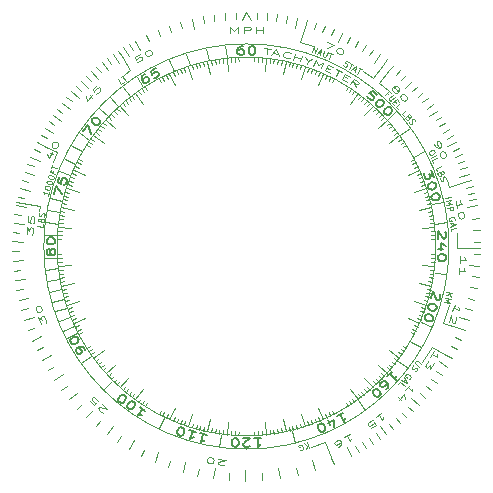
<source format=gbr>
%TF.GenerationSoftware,KiCad,Pcbnew,6.0.7-1.fc35*%
%TF.CreationDate,2022-12-16T23:41:26+01:00*%
%TF.ProjectId,inner,696e6e65-722e-46b6-9963-61645f706362,rev?*%
%TF.SameCoordinates,Original*%
%TF.FileFunction,Legend,Top*%
%TF.FilePolarity,Positive*%
%FSLAX46Y46*%
G04 Gerber Fmt 4.6, Leading zero omitted, Abs format (unit mm)*
G04 Created by KiCad (PCBNEW 6.0.7-1.fc35) date 2022-12-16 23:41:26*
%MOMM*%
%LPD*%
G01*
G04 APERTURE LIST*
%ADD10C,0.120000*%
%ADD11C,0.100000*%
%ADD12C,0.125000*%
%ADD13C,0.150000*%
%ADD14C,0.080000*%
G04 APERTURE END LIST*
D10*
X184773585Y-95052638D02*
X185791215Y-95383286D01*
X195052638Y-115226415D02*
X195383286Y-114208785D01*
X185114278Y-105893674D02*
X185421104Y-105772193D01*
X197993415Y-84116244D02*
X198034775Y-84443642D01*
X195052638Y-84773585D02*
X195383286Y-85791215D01*
X197661211Y-115838250D02*
X197709418Y-115511790D01*
X184880534Y-94734845D02*
X185192178Y-94843371D01*
X208859799Y-113335069D02*
X208677180Y-113060205D01*
X215953851Y-98660318D02*
X215625008Y-98687932D01*
X215995957Y-99329571D02*
X215666246Y-99343390D01*
X202669968Y-84214203D02*
X202614934Y-84539582D01*
X187453068Y-90055424D02*
X187711687Y-90260403D01*
X187247556Y-109679632D02*
X187510411Y-109480114D01*
X184214203Y-102669968D02*
X184539582Y-102614934D01*
X184077704Y-101673501D02*
X184405896Y-101639007D01*
D11*
X217150003Y-100000000D02*
G75*
G03*
X217150003Y-100000000I-17150003J0D01*
G01*
D10*
X196671334Y-84339857D02*
X196893800Y-85386475D01*
X215785797Y-102669968D02*
X215460418Y-102614934D01*
X184116244Y-97993415D02*
X184443642Y-98034775D01*
X214486281Y-93183274D02*
X214187688Y-93323781D01*
X186482310Y-108578587D02*
X186760938Y-108401764D01*
X184273581Y-97000025D02*
X184597736Y-97061861D01*
X214625863Y-106511854D02*
X214324393Y-106377631D01*
X205893674Y-85114278D02*
X205772193Y-85421104D01*
X210461264Y-87880509D02*
X210245635Y-88130317D01*
X207118609Y-85659655D02*
X206971879Y-85955240D01*
X201005276Y-84021592D02*
X200984555Y-84350941D01*
D11*
X211550000Y-84620000D02*
X210740000Y-85695000D01*
D10*
X209410442Y-112952362D02*
X208781512Y-112086714D01*
X214759029Y-93795875D02*
X214454814Y-93923755D01*
X215883756Y-97993415D02*
X215556358Y-98034775D01*
X189538736Y-87880509D02*
X189754365Y-88130317D01*
X215883756Y-102006585D02*
X215556358Y-101965225D01*
X209944576Y-112546932D02*
X209739597Y-112288313D01*
X188102251Y-89287219D02*
X188347489Y-89508032D01*
X190055424Y-112546932D02*
X190260403Y-112288313D01*
X191140201Y-113335069D02*
X191322820Y-113060205D01*
X212546932Y-109944576D02*
X212288313Y-109739597D01*
X207118609Y-114340345D02*
X206971879Y-114044760D01*
X210712781Y-111897749D02*
X209996811Y-111102584D01*
X193488146Y-114625863D02*
X193622369Y-114324393D01*
X206511854Y-114625863D02*
X206076646Y-113648369D01*
X203328666Y-115660143D02*
X203106200Y-114613525D01*
X184339857Y-103328666D02*
X184662646Y-103260055D01*
X212335917Y-110205158D02*
X212081648Y-109994808D01*
X184077704Y-98326499D02*
X184405896Y-98360993D01*
X184673315Y-95372601D02*
X184989230Y-95467981D01*
X184161750Y-102338789D02*
X184488210Y-102290582D01*
X208859799Y-86664931D02*
X208677180Y-86939795D01*
X185240971Y-106204125D02*
X185545186Y-106076245D01*
X215838250Y-97661211D02*
X215511790Y-97709418D01*
X202669968Y-115785797D02*
X202614934Y-115460418D01*
X189287219Y-88102251D02*
X190003189Y-88897416D01*
X201673501Y-115922296D02*
X201639007Y-115594104D01*
X184021592Y-98994724D02*
X184350941Y-99015445D01*
X208578587Y-86482310D02*
X208401764Y-86760938D01*
X184273581Y-102999975D02*
X184597736Y-102938139D01*
X188561292Y-88798390D02*
X188797068Y-89029279D01*
X212952362Y-109410442D02*
X212086714Y-108781512D01*
X191421413Y-113517690D02*
X191598236Y-113239062D01*
X187047638Y-90589558D02*
X187913286Y-91218488D01*
D11*
X190170000Y-85060000D02*
X189730000Y-85370000D01*
D10*
X211201610Y-111438708D02*
X210970721Y-111202932D01*
X194106326Y-114885722D02*
X194227807Y-114578896D01*
X185513719Y-106816726D02*
X185812312Y-106676219D01*
X215978408Y-101005276D02*
X215649059Y-100984555D01*
X213335069Y-108859799D02*
X213060205Y-108677180D01*
X191140201Y-86664931D02*
X191322820Y-86939795D01*
X184994115Y-94419362D02*
X185303418Y-94534391D01*
X201339682Y-84046149D02*
X201312068Y-84374992D01*
X187880509Y-110461264D02*
X188130317Y-110245635D01*
X200670429Y-84004043D02*
X200656610Y-84333754D01*
X197993415Y-115883756D02*
X198034775Y-115556358D01*
X211897749Y-89287219D02*
X211102584Y-90003189D01*
X215690000Y-108520000D02*
X214900000Y-109780000D01*
X198994724Y-115978408D02*
X199015445Y-115649059D01*
X193488146Y-114625863D02*
X193923354Y-113648369D01*
X184994115Y-105580638D02*
X185303418Y-105465609D01*
X184000000Y-92020000D02*
X183620000Y-92870000D01*
X215005885Y-105580638D02*
X214696582Y-105465609D01*
X215838250Y-102338789D02*
X215511790Y-102290582D01*
X212335917Y-89794842D02*
X212081648Y-90005192D01*
X189538736Y-112119491D02*
X189754365Y-111869683D01*
X184492984Y-103981525D02*
X184812616Y-103899457D01*
X198326499Y-84077704D02*
X198438344Y-85141842D01*
X188102251Y-89287219D02*
X188897416Y-90003189D01*
X184077704Y-98326499D02*
X185141842Y-98438344D01*
X185240971Y-93795875D02*
X185545186Y-93923755D01*
X187664083Y-89794842D02*
X187918352Y-90005192D01*
X185374137Y-93488146D02*
X185675607Y-93622369D01*
X207417370Y-114188119D02*
X207264482Y-113895672D01*
X185513719Y-93183274D02*
X185812312Y-93323781D01*
X201673501Y-84077704D02*
X201639007Y-84405896D01*
X203328666Y-84339857D02*
X203106200Y-85386475D01*
X192881391Y-85659655D02*
X193028121Y-85955240D01*
X185659655Y-107118609D02*
X185955240Y-106971879D01*
X212546932Y-90055424D02*
X212288313Y-90260403D01*
X215326685Y-104627399D02*
X215010770Y-104532019D01*
X188329212Y-89040401D02*
X188569772Y-89266302D01*
X212752444Y-90320368D02*
X212489589Y-90519886D01*
X190862876Y-86853401D02*
X191051211Y-87124380D01*
X211897749Y-89287219D02*
X211652511Y-89508032D01*
X188102251Y-110712781D02*
X188347489Y-110491968D01*
X214340345Y-92881391D02*
X214044760Y-93028121D01*
X200000000Y-80180000D02*
X199640000Y-80810000D01*
X195694594Y-115420233D02*
X195783338Y-115102389D01*
X184579767Y-95694594D02*
X184897611Y-95783338D01*
X206511854Y-85374137D02*
X206076646Y-86351631D01*
X196671334Y-84339857D02*
X196739945Y-84662646D01*
D11*
X218460000Y-94530000D02*
X217126469Y-94928421D01*
D10*
X198326499Y-115922296D02*
X198360993Y-115594104D01*
X186482310Y-91421413D02*
X186760938Y-91598236D01*
X204947362Y-84773585D02*
X204845386Y-85087434D01*
X190320368Y-87247556D02*
X190519886Y-87510411D01*
X184046149Y-101339682D02*
X184374992Y-101312068D01*
X209679632Y-112752444D02*
X209480114Y-112489589D01*
X207417370Y-85811881D02*
X207264482Y-86104328D01*
X193488146Y-85374137D02*
X193622369Y-85675607D01*
X214625863Y-93488146D02*
X213648369Y-93923354D01*
X196018475Y-115507016D02*
X196100543Y-115187384D01*
X184773585Y-104947362D02*
X185791215Y-104616714D01*
X203981525Y-84492984D02*
X203899457Y-84812616D01*
X197000025Y-115726419D02*
X197061861Y-115402264D01*
X212952362Y-109410442D02*
X212685386Y-109216473D01*
X189287219Y-111897749D02*
X189508032Y-111652511D01*
X208578587Y-113517690D02*
X208401764Y-113239062D01*
X216030000Y-100000000D02*
G75*
G03*
X216030000Y-100000000I-16030000J0D01*
G01*
X190320368Y-112752444D02*
X190519886Y-112489589D01*
X190589558Y-112952362D02*
X190783527Y-112685386D01*
X191421413Y-86482310D02*
X191598236Y-86760938D01*
X197330032Y-115785797D02*
X197385066Y-115460418D01*
X196018475Y-84492984D02*
X196100543Y-84812616D01*
X196671334Y-115660143D02*
X196893800Y-114613525D01*
X211670788Y-110959599D02*
X211430228Y-110733698D01*
X213146599Y-109137124D02*
X212875620Y-108948789D01*
D11*
X217119111Y-94930697D02*
X216960890Y-94409303D01*
D10*
X214486281Y-106816726D02*
X214187688Y-106676219D01*
X195052638Y-115226415D02*
X195154614Y-114912566D01*
X184339857Y-96671334D02*
X185386475Y-96893800D01*
X203328666Y-115660143D02*
X203260055Y-115337354D01*
X210712781Y-88102251D02*
X210491968Y-88347489D01*
X198660318Y-84046149D02*
X198687932Y-84374992D01*
X206204125Y-114759029D02*
X206076245Y-114454814D01*
X202999975Y-115726419D02*
X202938139Y-115402264D01*
X189040401Y-88329212D02*
X189266302Y-88569772D01*
X202338789Y-84161750D02*
X202290582Y-84488210D01*
X211897749Y-110712781D02*
X211652511Y-110491968D01*
X204305406Y-84579767D02*
X204216662Y-84897611D01*
X206511854Y-114625863D02*
X206377631Y-114324393D01*
X206816726Y-114486281D02*
X206676219Y-114187688D01*
D11*
X210740000Y-85695000D02*
X209900000Y-85105000D01*
D10*
X206511854Y-85374137D02*
X206377631Y-85675607D01*
X195372601Y-115326685D02*
X195467981Y-115010770D01*
X215995957Y-100670429D02*
X215666246Y-100656610D01*
X201339682Y-115953851D02*
X201312068Y-115625008D01*
X212119491Y-89538736D02*
X211869683Y-89754365D01*
X195052638Y-84773585D02*
X195154614Y-85087434D01*
X185114278Y-94106326D02*
X185421104Y-94227807D01*
X204305406Y-115420233D02*
X204216662Y-115102389D01*
X195694594Y-84579767D02*
X195783338Y-84897611D01*
X215119466Y-105265155D02*
X214807822Y-105156629D01*
X198994724Y-84021592D02*
X199015445Y-84350941D01*
X203328666Y-84339857D02*
X203260055Y-84662646D01*
X215226415Y-95052638D02*
X214912566Y-95154614D01*
X189794842Y-112335917D02*
X190005192Y-112081648D01*
X184004043Y-99329571D02*
X184333754Y-99343390D01*
X192881391Y-114340345D02*
X193028121Y-114044760D01*
X188329212Y-110959599D02*
X188569772Y-110733698D01*
X184880534Y-105265155D02*
X185192178Y-105156629D01*
X209137124Y-86853401D02*
X208948789Y-87124380D01*
X198660318Y-115953851D02*
X198687932Y-115625008D01*
X213517690Y-108578587D02*
X213239062Y-108401764D01*
X193795875Y-114759029D02*
X193923755Y-114454814D01*
X205265155Y-84880534D02*
X205156629Y-85192178D01*
X202999975Y-84273581D02*
X202938139Y-84597736D01*
X186853401Y-90862876D02*
X187124380Y-91051211D01*
X184773585Y-104947362D02*
X185087434Y-104845386D01*
X186664931Y-91140201D02*
X186939795Y-91322820D01*
X184116244Y-102006585D02*
X184443642Y-101965225D01*
X202006585Y-115883756D02*
X201965225Y-115556358D01*
X189794842Y-87664083D02*
X190005192Y-87918352D01*
X180530000Y-96230000D02*
X182490000Y-96580000D01*
X184161750Y-97661211D02*
X184488210Y-97709418D01*
X215005885Y-94419362D02*
X214696582Y-94534391D01*
X215922296Y-101673501D02*
X215594104Y-101639007D01*
X210205158Y-112335917D02*
X209994808Y-112081648D01*
D11*
X204570000Y-82720000D02*
X205600000Y-83020000D01*
D10*
X189040401Y-111670788D02*
X189266302Y-111430228D01*
D11*
X217860000Y-100110000D02*
X219820000Y-100120000D01*
D10*
X199329571Y-115995957D02*
X199343390Y-115666246D01*
X215507016Y-103981525D02*
X215187384Y-103899457D01*
X209137124Y-113146599D02*
X208948789Y-112875620D01*
X205893674Y-114885722D02*
X205772193Y-114578896D01*
X215726419Y-102999975D02*
X215402264Y-102938139D01*
X215586998Y-103655897D02*
X215265717Y-103580541D01*
X204627399Y-84673315D02*
X204532019Y-84989230D01*
X210959599Y-111670788D02*
X210733698Y-111430228D01*
X195372601Y-84673315D02*
X195467981Y-84989230D01*
X187047638Y-90589558D02*
X187314614Y-90783527D01*
X215726419Y-97000025D02*
X215402264Y-97061861D01*
X204947362Y-84773585D02*
X204616714Y-85791215D01*
X193183274Y-85513719D02*
X193323781Y-85812312D01*
X215660143Y-103328666D02*
X215337354Y-103260055D01*
X185374137Y-93488146D02*
X186351631Y-93923354D01*
X182490000Y-96580000D02*
X182430000Y-96970000D01*
X196344103Y-84413002D02*
X196419459Y-84734283D01*
X215922296Y-98326499D02*
X214858158Y-98438344D01*
X213517690Y-91421413D02*
X213239062Y-91598236D01*
D11*
X212100000Y-85060000D02*
X211240000Y-86120000D01*
D10*
X184492984Y-96018475D02*
X184812616Y-96100543D01*
X210959599Y-88329212D02*
X210733698Y-88569772D01*
X214625863Y-106511854D02*
X213648369Y-106076646D01*
X215226415Y-104947362D02*
X214208785Y-104616714D01*
X211201610Y-88561292D02*
X210970721Y-88797068D01*
X190589558Y-112952362D02*
X191218488Y-112086714D01*
X188561292Y-111201610D02*
X188797068Y-110970721D01*
X215119466Y-94734845D02*
X214807822Y-94843371D01*
X216670000Y-106480000D02*
X217170000Y-104930000D01*
X203655897Y-115586998D02*
X203580541Y-115265717D01*
X185811881Y-107417370D02*
X186104328Y-107264482D01*
X209410442Y-87047638D02*
X208781512Y-87913286D01*
X202338789Y-115838250D02*
X202290582Y-115511790D01*
X209944576Y-87453068D02*
X209739597Y-87711687D01*
X188798390Y-111438708D02*
X189029279Y-111202932D01*
X184773585Y-95052638D02*
X185087434Y-95154614D01*
X217980000Y-106890000D02*
X216670000Y-106480000D01*
X214188119Y-107417370D02*
X213895672Y-107264482D01*
X201005276Y-115978408D02*
X200984555Y-115649059D01*
X185659655Y-92881391D02*
X185955240Y-93028121D01*
X215953851Y-101339682D02*
X215625008Y-101312068D01*
X187880509Y-89538736D02*
X188130317Y-89754365D01*
X196344103Y-115586998D02*
X196419459Y-115265717D01*
X214885722Y-94106326D02*
X214578896Y-94227807D01*
X194734845Y-84880534D02*
X194843371Y-85192178D01*
X198326499Y-84077704D02*
X198360993Y-84405896D01*
X201673501Y-115922296D02*
X201561656Y-114858158D01*
X184413002Y-96344103D02*
X184734283Y-96419459D01*
X194419362Y-84994115D02*
X194534391Y-85303418D01*
X201673501Y-84077704D02*
X201561656Y-85141842D01*
X187453068Y-109944576D02*
X187711687Y-109739597D01*
X183054311Y-91544525D02*
X184000000Y-92020000D01*
X215507016Y-96018475D02*
X215187384Y-96100543D01*
X215226415Y-104947362D02*
X214912566Y-104845386D01*
X193795875Y-85240971D02*
X193923755Y-85545186D01*
X193183274Y-114486281D02*
X193323781Y-114187688D01*
X211670788Y-89040401D02*
X211430228Y-89266302D01*
X187664083Y-110205158D02*
X187918352Y-109994808D01*
D11*
X217860000Y-100110000D02*
X217830000Y-98840000D01*
D10*
X215922296Y-101673501D02*
X214858158Y-101561656D01*
X189287219Y-111897749D02*
X190003189Y-111102584D01*
X185374137Y-106511854D02*
X186351631Y-106076646D01*
X184046149Y-98660318D02*
X184374992Y-98687932D01*
X184004043Y-100670429D02*
X184333754Y-100656610D01*
X200360000Y-80810000D02*
X200000000Y-80180000D01*
X211897749Y-110712781D02*
X211102584Y-109996811D01*
X215226415Y-95052638D02*
X214208785Y-95383286D01*
X198326499Y-115922296D02*
X198438344Y-114858158D01*
X188102251Y-110712781D02*
X188897416Y-109996811D01*
X205580638Y-115005885D02*
X205465609Y-114696582D01*
X187247556Y-90320368D02*
X187510411Y-90519886D01*
X215922296Y-98326499D02*
X215594104Y-98360993D01*
X210712781Y-111897749D02*
X210491968Y-111652511D01*
X190862876Y-113146599D02*
X191051211Y-112875620D01*
X184214203Y-97330032D02*
X184539582Y-97385066D01*
X215326685Y-95372601D02*
X215010770Y-95467981D01*
X204627399Y-115326685D02*
X204532019Y-115010770D01*
D11*
X204570000Y-82720000D02*
X204940000Y-81420000D01*
D10*
X214625863Y-93488146D02*
X214324393Y-93622369D01*
X197661211Y-84161750D02*
X197709418Y-84488210D01*
X192582630Y-85811881D02*
X192735518Y-86104328D01*
D11*
X189442662Y-83901629D02*
X190170000Y-85060000D01*
X205450000Y-117010000D02*
X206640000Y-116570000D01*
D10*
X194419362Y-115005885D02*
X194534391Y-114696582D01*
X190589558Y-87047638D02*
X191218488Y-87913286D01*
X202006585Y-84116244D02*
X201965225Y-84443642D01*
X184579767Y-104305406D02*
X184897611Y-104216662D01*
X184077704Y-101673501D02*
X185141842Y-101561656D01*
X215660143Y-103328666D02*
X214613525Y-103106200D01*
X206816726Y-85513719D02*
X206676219Y-85812312D01*
X190055424Y-87453068D02*
X190260403Y-87711687D01*
X197000025Y-84273581D02*
X197061861Y-84597736D01*
X184339857Y-96671334D02*
X184662646Y-96739945D01*
X216930000Y-109190000D02*
X215690000Y-108520000D01*
X203981525Y-115507016D02*
X203899457Y-115187384D01*
X209679632Y-87247556D02*
X209480114Y-87510411D01*
X212752444Y-109679632D02*
X212489589Y-109480114D01*
X187047638Y-109410442D02*
X187913286Y-108781512D01*
X215420233Y-104305406D02*
X215102389Y-104216662D01*
X199329571Y-84004043D02*
X199343390Y-84333754D01*
X184339857Y-103328666D02*
X185386475Y-103106200D01*
X210461264Y-112119491D02*
X210245635Y-111869683D01*
X196671334Y-115660143D02*
X196739945Y-115337354D01*
X190589558Y-87047638D02*
X190783527Y-87314614D01*
X204947362Y-115226415D02*
X204845386Y-114912566D01*
X186853401Y-109137124D02*
X187124380Y-108948789D01*
X215420233Y-95694594D02*
X215102389Y-95783338D01*
X187047638Y-109410442D02*
X187314614Y-109216473D01*
X215586998Y-96344103D02*
X215265717Y-96419459D01*
X214188119Y-92582630D02*
X213895672Y-92735518D01*
X213335069Y-91140201D02*
X213060205Y-91322820D01*
X205580638Y-84994115D02*
X205465609Y-85303418D01*
X213146599Y-90862876D02*
X212875620Y-91051211D01*
X197330032Y-84214203D02*
X197385066Y-84539582D01*
X184673315Y-104627399D02*
X184989230Y-104532019D01*
X206204125Y-85240971D02*
X206076245Y-85545186D01*
X215978408Y-98994724D02*
X215649059Y-99015445D01*
X185811881Y-92582630D02*
X186104328Y-92735518D01*
X184021592Y-101005276D02*
X184350941Y-100984555D01*
X212952362Y-90589558D02*
X212086714Y-91218488D01*
X189287219Y-88102251D02*
X189508032Y-88347489D01*
X204947362Y-115226415D02*
X204616714Y-114208785D01*
X185374137Y-106511854D02*
X185675607Y-106377631D01*
X194734845Y-115119466D02*
X194843371Y-114807822D01*
X200670429Y-115995957D02*
X200656610Y-115666246D01*
D11*
X207170000Y-117860000D02*
X206640000Y-116570000D01*
D10*
X212952362Y-90589558D02*
X212685386Y-90783527D01*
X203655897Y-84413002D02*
X203580541Y-84734283D01*
X212119491Y-110461264D02*
X211869683Y-110245635D01*
X211438708Y-88798390D02*
X211202932Y-89029279D01*
X209410442Y-87047638D02*
X209216473Y-87314614D01*
X186664931Y-108859799D02*
X186939795Y-108677180D01*
X188798390Y-88561292D02*
X189029279Y-88797068D01*
X210205158Y-87664083D02*
X209994808Y-87918352D01*
X215660143Y-96671334D02*
X215337354Y-96739945D01*
X194106326Y-85114278D02*
X194227807Y-85421104D01*
X214885722Y-105893674D02*
X214578896Y-105772193D01*
X210712781Y-88102251D02*
X209996811Y-88897416D01*
X209410442Y-112952362D02*
X209216473Y-112685386D01*
X215785797Y-97330032D02*
X215460418Y-97385066D01*
X215660143Y-96671334D02*
X214613525Y-96893800D01*
X192582630Y-114188119D02*
X192735518Y-113895672D01*
D11*
X211240000Y-86120000D02*
X211950000Y-86720000D01*
D10*
X214759029Y-106204125D02*
X214454814Y-106076245D01*
X184413002Y-103655897D02*
X184734283Y-103580541D01*
X193488146Y-85374137D02*
X193923354Y-86351631D01*
X205265155Y-115119466D02*
X205156629Y-114807822D01*
X214340345Y-107118609D02*
X214044760Y-106971879D01*
X211438708Y-111201610D02*
X211202932Y-110970721D01*
D12*
X198132027Y-118482169D02*
X198081508Y-118498970D01*
X197983853Y-118509003D01*
X197748174Y-118475167D01*
X197657286Y-118438065D01*
X197613534Y-118407730D01*
X197573166Y-118353827D01*
X197579933Y-118306692D01*
X197637219Y-118242755D01*
X198243451Y-118041147D01*
X197630687Y-117953173D01*
X196946866Y-118360125D02*
X196852595Y-118346591D01*
X196761707Y-118309489D01*
X196717955Y-118279154D01*
X196677586Y-118225251D01*
X196643985Y-118124212D01*
X196660903Y-118006373D01*
X196721573Y-117918869D01*
X196775476Y-117878500D01*
X196825995Y-117861699D01*
X196923650Y-117851666D01*
X197017922Y-117865200D01*
X197108810Y-117902302D01*
X197152562Y-117932637D01*
X197192930Y-117986540D01*
X197226532Y-118087579D01*
X197209614Y-118205418D01*
X197148944Y-118292923D01*
X197095041Y-118333291D01*
X197044522Y-118350092D01*
X196946866Y-118360125D01*
D10*
X213926521Y-108049830D02*
X214792546Y-108549830D01*
X184311394Y-103615706D02*
X183336633Y-103838956D01*
D13*
X186186750Y-90196311D02*
X186600848Y-89673849D01*
X186883228Y-90444521D01*
X186955790Y-89226024D02*
X187014947Y-89151387D01*
X187100227Y-89097454D01*
X187155928Y-89080840D01*
X187237753Y-89084932D01*
X187371824Y-89130432D01*
X187502440Y-89233957D01*
X187577354Y-89354096D01*
X187600021Y-89432824D01*
X187596566Y-89490848D01*
X187563532Y-89586190D01*
X187504375Y-89660828D01*
X187419095Y-89714760D01*
X187363394Y-89731374D01*
X187281569Y-89727283D01*
X187147498Y-89681782D01*
X187016882Y-89578257D01*
X186941968Y-89458119D01*
X186919301Y-89379390D01*
X186922756Y-89321367D01*
X186955790Y-89226024D01*
D12*
X182495069Y-92721547D02*
X181704034Y-92391461D01*
D11*
X180852609Y-101987584D02*
X180284228Y-102046521D01*
X209799685Y-116569676D02*
X210091166Y-117061173D01*
D10*
X186853811Y-109276508D02*
X186035661Y-109851513D01*
D13*
X211927487Y-111004678D02*
X212331548Y-110600617D01*
X212129517Y-110802647D02*
X212624492Y-111297622D01*
X212621125Y-111159568D01*
X212641328Y-111045084D01*
X212685101Y-110954170D01*
X211816370Y-112105744D02*
X211951057Y-111971057D01*
X211994830Y-111880143D01*
X212004932Y-111822901D01*
X212001565Y-111684847D01*
X211940956Y-111556895D01*
X211752394Y-111368333D01*
X211671582Y-111354864D01*
X211614340Y-111364966D01*
X211523426Y-111408739D01*
X211388739Y-111543426D01*
X211344966Y-111634340D01*
X211334864Y-111691582D01*
X211348333Y-111772394D01*
X211466184Y-111890245D01*
X211546996Y-111903714D01*
X211604238Y-111893612D01*
X211695152Y-111849839D01*
X211829839Y-111715152D01*
X211873612Y-111624238D01*
X211883714Y-111566996D01*
X211870245Y-111486184D01*
X211311294Y-112610820D02*
X211243950Y-112678164D01*
X211153037Y-112721937D01*
X211095795Y-112732039D01*
X211014982Y-112718570D01*
X210887030Y-112657961D01*
X210769179Y-112540110D01*
X210708569Y-112412157D01*
X210695101Y-112331345D01*
X210705202Y-112274103D01*
X210748976Y-112183189D01*
X210816319Y-112115846D01*
X210907233Y-112072072D01*
X210964475Y-112061971D01*
X211045287Y-112075440D01*
X211173240Y-112136049D01*
X211291091Y-112253900D01*
X211351700Y-112381852D01*
X211365169Y-112462665D01*
X211355067Y-112519907D01*
X211311294Y-112610820D01*
D12*
X183666317Y-90379062D02*
X182927558Y-89944403D01*
X199911234Y-118958573D02*
X199908990Y-119815712D01*
D11*
X219245771Y-99645978D02*
X219817096Y-99635108D01*
D12*
X211327537Y-115202561D02*
X211841105Y-115888813D01*
X203985478Y-84174534D02*
X204114888Y-83691572D01*
X204053264Y-83921554D02*
X204605222Y-84069450D01*
X204537436Y-84322431D02*
X204666845Y-83839468D01*
X212597328Y-86604418D02*
X212546688Y-86520318D01*
X212529773Y-86469837D01*
X212529667Y-86402493D01*
X212546476Y-86385631D01*
X212613820Y-86385525D01*
X212664354Y-86402282D01*
X212748612Y-86452657D01*
X212883511Y-86587132D01*
X212934151Y-86671232D01*
X212951066Y-86721714D01*
X212951172Y-86789057D01*
X212934362Y-86805919D01*
X212867019Y-86806025D01*
X212816485Y-86789269D01*
X212732226Y-86738893D01*
X212597328Y-86604418D01*
X212513069Y-86554043D01*
X212462535Y-86537286D01*
X212395192Y-86537392D01*
X212327954Y-86604841D01*
X212328060Y-86672184D01*
X212344975Y-86722666D01*
X212395615Y-86806766D01*
X212530513Y-86941241D01*
X212614772Y-86991616D01*
X212665306Y-87008373D01*
X212732649Y-87008267D01*
X212799887Y-86940818D01*
X212799781Y-86873474D01*
X212782866Y-86822993D01*
X212732226Y-86738893D01*
X213456829Y-87158652D02*
X213524278Y-87225890D01*
X213574918Y-87309990D01*
X213591833Y-87360471D01*
X213591939Y-87427815D01*
X213558426Y-87528883D01*
X213474379Y-87613194D01*
X213373417Y-87647024D01*
X213306073Y-87647130D01*
X213255539Y-87630374D01*
X213171281Y-87579998D01*
X213103832Y-87512761D01*
X213053192Y-87428661D01*
X213036277Y-87378180D01*
X213036171Y-87310836D01*
X213069684Y-87209768D01*
X213153731Y-87125457D01*
X213254693Y-87091626D01*
X213322036Y-87091521D01*
X213372571Y-87108277D01*
X213456829Y-87158652D01*
D11*
X200875852Y-80763967D02*
X200901575Y-80193117D01*
X207173029Y-82131707D02*
X207385702Y-81601329D01*
D12*
X182036831Y-93960288D02*
X181224410Y-93687036D01*
D11*
X186106687Y-113332310D02*
X185694528Y-113728109D01*
X214060445Y-86854663D02*
X214477817Y-86464366D01*
D13*
X200666666Y-116253333D02*
X201238095Y-116253333D01*
X200952380Y-116253333D02*
X200952380Y-116953333D01*
X201047619Y-116853333D01*
X201142857Y-116786666D01*
X201238095Y-116753333D01*
X200285714Y-116886666D02*
X200238095Y-116920000D01*
X200142857Y-116953333D01*
X199904761Y-116953333D01*
X199809523Y-116920000D01*
X199761904Y-116886666D01*
X199714285Y-116820000D01*
X199714285Y-116753333D01*
X199761904Y-116653333D01*
X200333333Y-116253333D01*
X199714285Y-116253333D01*
X199095238Y-116953333D02*
X199000000Y-116953333D01*
X198904761Y-116920000D01*
X198857142Y-116886666D01*
X198809523Y-116820000D01*
X198761904Y-116686666D01*
X198761904Y-116520000D01*
X198809523Y-116386666D01*
X198857142Y-116320000D01*
X198904761Y-116286666D01*
X199000000Y-116253333D01*
X199095238Y-116253333D01*
X199190476Y-116286666D01*
X199238095Y-116320000D01*
X199285714Y-116386666D01*
X199333333Y-116520000D01*
X199333333Y-116686666D01*
X199285714Y-116820000D01*
X199238095Y-116886666D01*
X199190476Y-116920000D01*
X199095238Y-116953333D01*
D11*
X182761387Y-108550011D02*
X182249773Y-108804535D01*
X210950903Y-115831736D02*
X211276533Y-116301306D01*
X194529104Y-81541390D02*
X194367096Y-80993408D01*
X217651628Y-107685031D02*
X218175940Y-107912247D01*
X218537410Y-105205059D02*
X219087573Y-105359496D01*
X185191741Y-87700839D02*
X184752211Y-87335676D01*
D13*
X190985476Y-113565668D02*
X191447772Y-113901545D01*
X191216624Y-113733606D02*
X190805174Y-114299918D01*
X190941002Y-114274996D01*
X191057237Y-114277041D01*
X191153879Y-114306053D01*
X190073206Y-113768112D02*
X189996157Y-113712133D01*
X189938701Y-113629186D01*
X189919769Y-113574229D01*
X189920430Y-113492305D01*
X189960277Y-113356446D01*
X190058241Y-113221610D01*
X190175137Y-113141731D01*
X190252847Y-113115786D01*
X190310965Y-113116809D01*
X190407607Y-113145821D01*
X190484656Y-113201801D01*
X190542113Y-113284747D01*
X190561044Y-113339704D01*
X190560383Y-113421629D01*
X190520536Y-113557487D01*
X190422572Y-113692323D01*
X190305676Y-113772203D01*
X190227966Y-113798147D01*
X190169849Y-113797125D01*
X190073206Y-113768112D01*
X189302714Y-113208317D02*
X189225665Y-113152337D01*
X189168208Y-113069391D01*
X189149277Y-113014434D01*
X189149938Y-112932509D01*
X189189784Y-112796651D01*
X189287749Y-112661815D01*
X189404645Y-112581935D01*
X189482355Y-112555991D01*
X189540472Y-112557013D01*
X189637115Y-112586026D01*
X189714164Y-112642005D01*
X189771620Y-112724952D01*
X189790552Y-112779909D01*
X189789891Y-112861833D01*
X189750044Y-112997692D01*
X189652080Y-113132528D01*
X189535184Y-113212407D01*
X189457474Y-113238352D01*
X189399356Y-113237329D01*
X189302714Y-113208317D01*
D12*
X218060082Y-101411725D02*
X218106646Y-100842197D01*
X218083364Y-101126961D02*
X218581701Y-101167704D01*
X218518271Y-101066962D01*
X218478571Y-100968161D01*
X218462601Y-100871299D01*
X217982476Y-102360939D02*
X218029040Y-101791411D01*
X218005758Y-102076175D02*
X218504095Y-102116918D01*
X218440665Y-102016176D01*
X218400965Y-101917375D01*
X218384995Y-101820513D01*
D11*
X181088708Y-103591054D02*
X180527420Y-103698227D01*
D12*
X213961926Y-112822053D02*
X214594787Y-113400137D01*
X183441440Y-109219865D02*
X182693367Y-109638291D01*
X209286396Y-86538278D02*
X209136515Y-86157048D01*
X208807156Y-86227055D02*
X209079475Y-85807720D01*
X209398969Y-86015201D01*
X209465874Y-86087040D01*
X209492843Y-86132944D01*
X209506845Y-86198816D01*
X209467942Y-86258721D01*
X209402070Y-86272722D01*
X209349166Y-86266755D01*
X209256325Y-86234853D01*
X208936831Y-86027372D01*
X218012207Y-94097399D02*
X218826375Y-93829400D01*
D14*
X189595904Y-86093031D02*
X189404559Y-86234722D01*
X189107008Y-85832898D01*
X189374891Y-85634530D02*
X189604505Y-85464500D01*
X189787249Y-85951340D02*
X189489698Y-85549515D01*
D11*
X188537032Y-84532575D02*
X188196973Y-84073347D01*
D10*
X184525155Y-104440181D02*
X183563414Y-104714140D01*
D12*
X181139122Y-98106576D02*
X180286172Y-98021891D01*
X202231799Y-83635061D02*
X202702127Y-83709553D01*
X202115386Y-83761260D02*
X202522833Y-83319561D01*
X202773845Y-83865550D01*
D11*
X183086068Y-90800205D02*
X182584125Y-90527104D01*
D13*
X191439202Y-85372658D02*
X191270401Y-85460905D01*
X191201444Y-85534569D01*
X191174687Y-85586171D01*
X191136616Y-85718914D01*
X191156189Y-85859137D01*
X191279734Y-86095458D01*
X191352821Y-86132476D01*
X191410464Y-86139955D01*
X191510308Y-86125371D01*
X191679109Y-86037124D01*
X191748066Y-85963461D01*
X191774823Y-85911859D01*
X191786136Y-85830717D01*
X191708920Y-85683016D01*
X191635834Y-85645998D01*
X191578190Y-85638519D01*
X191478347Y-85653103D01*
X191309546Y-85741350D01*
X191240589Y-85815013D01*
X191213832Y-85866615D01*
X191202518Y-85947757D01*
X192325405Y-84909362D02*
X191903404Y-85129980D01*
X192015635Y-85447442D01*
X192042392Y-85395841D01*
X192111349Y-85322177D01*
X192322350Y-85211868D01*
X192422194Y-85197285D01*
X192479837Y-85204764D01*
X192552924Y-85241782D01*
X192630140Y-85389483D01*
X192618826Y-85470625D01*
X192592069Y-85522226D01*
X192523112Y-85595890D01*
X192312111Y-85706199D01*
X192212268Y-85720782D01*
X192154624Y-85713304D01*
D12*
X195561404Y-81568076D02*
X195358850Y-80735210D01*
D10*
X214756385Y-106428928D02*
X215672048Y-106830876D01*
D12*
X187041874Y-113825555D02*
X186456648Y-114451817D01*
D11*
X206434727Y-81856130D02*
X206626132Y-81317711D01*
D12*
X208258438Y-116142320D02*
X208768851Y-115885397D01*
X208513645Y-116013859D02*
X208738452Y-116460470D01*
X208791406Y-116353848D01*
X208855064Y-116268493D01*
X208929428Y-116204405D01*
X207717627Y-116974316D02*
X207887764Y-116888675D01*
X207962128Y-116824587D01*
X207993957Y-116781910D01*
X208046911Y-116675288D01*
X208046625Y-116568808D01*
X207960984Y-116398671D01*
X207897039Y-116377547D01*
X207843800Y-116377690D01*
X207748026Y-116399243D01*
X207577888Y-116484884D01*
X207503524Y-116548972D01*
X207471695Y-116591649D01*
X207450571Y-116655594D01*
X207504097Y-116761930D01*
X207568041Y-116783054D01*
X207621281Y-116782911D01*
X207717055Y-116761358D01*
X207887192Y-116675717D01*
X207961556Y-116611629D01*
X207993385Y-116568952D01*
X208014509Y-116505007D01*
D10*
X190141489Y-87278208D02*
X189528582Y-86488053D01*
X212851480Y-109682476D02*
X213641635Y-110295383D01*
D11*
X217976373Y-106887933D02*
X218510240Y-107091690D01*
D10*
X203846329Y-115627209D02*
X204084863Y-116598343D01*
D11*
X203364938Y-81039424D02*
X203465050Y-80476834D01*
X217317353Y-108442571D02*
X217831256Y-108692441D01*
D14*
X205136799Y-116581067D02*
X205284987Y-117058603D01*
X204863922Y-116665745D02*
X205153258Y-116875114D01*
X205012109Y-117143281D02*
X205200308Y-116785725D01*
X204550256Y-117261672D02*
X204602793Y-117270299D01*
X204671012Y-117249129D01*
X204732175Y-117205220D01*
X204763541Y-117145627D01*
X204772168Y-117093091D01*
X204766682Y-116995075D01*
X204745512Y-116926856D01*
X204694546Y-116842953D01*
X204657693Y-116804530D01*
X204598100Y-116773164D01*
X204522825Y-116771593D01*
X204477345Y-116785706D01*
X204416182Y-116829616D01*
X204400499Y-116859412D01*
X204449895Y-117018591D01*
X204540854Y-116990365D01*
D12*
X187442624Y-85802860D02*
X186874216Y-85161295D01*
D10*
X184772532Y-105180138D02*
X183826786Y-105505046D01*
D11*
X197293848Y-80941211D02*
X197214123Y-80375372D01*
X219206506Y-98642306D02*
X219776494Y-98601749D01*
D12*
X215908640Y-91325788D02*
X215994136Y-91495998D01*
X216058160Y-91570417D01*
X216100810Y-91602283D01*
X216207387Y-91655327D01*
X216313866Y-91655132D01*
X216484077Y-91569637D01*
X216505255Y-91505710D01*
X216505158Y-91452471D01*
X216483687Y-91356678D01*
X216398191Y-91186467D01*
X216334167Y-91112049D01*
X216291517Y-91080183D01*
X216227590Y-91059004D01*
X216121209Y-91112439D01*
X216100030Y-91176366D01*
X216100127Y-91229605D01*
X216121599Y-91325398D01*
X216207094Y-91495608D01*
X216271118Y-91570027D01*
X216313768Y-91601893D01*
X216377695Y-91623071D01*
X216847042Y-92080074D02*
X216889790Y-92165179D01*
X216911261Y-92260972D01*
X216911359Y-92314211D01*
X216890180Y-92378138D01*
X216826449Y-92463438D01*
X216720067Y-92516873D01*
X216613588Y-92517068D01*
X216549661Y-92495889D01*
X216507011Y-92464023D01*
X216442987Y-92389605D01*
X216400239Y-92304500D01*
X216378768Y-92208707D01*
X216378670Y-92155468D01*
X216399849Y-92091541D01*
X216463580Y-92006241D01*
X216569962Y-91952806D01*
X216676441Y-91952611D01*
X216740368Y-91973790D01*
X216783018Y-92005656D01*
X216847042Y-92080074D01*
D10*
X185506337Y-92996260D02*
X184606018Y-92561029D01*
D13*
X207672991Y-114315229D02*
X208187719Y-114067064D01*
X207930355Y-114191147D02*
X208234357Y-114821689D01*
X208276716Y-114690250D01*
X208333551Y-114588838D01*
X208404863Y-114517451D01*
X207103567Y-115107837D02*
X206900899Y-114687476D01*
X207433847Y-115244642D02*
X207431173Y-114690853D01*
X206873551Y-114959698D01*
X206561491Y-115628224D02*
X206475703Y-115669584D01*
X206375438Y-115680919D01*
X206318068Y-115671574D01*
X206246221Y-115632203D01*
X206145422Y-115532780D01*
X206073041Y-115382651D01*
X206058030Y-115241867D01*
X206071971Y-115161135D01*
X206100389Y-115110429D01*
X206171701Y-115039042D01*
X206257489Y-114997682D01*
X206357753Y-114986347D01*
X206415123Y-114995692D01*
X206486970Y-115035063D01*
X206587769Y-115134486D01*
X206660150Y-115284615D01*
X206675161Y-115425399D01*
X206661220Y-115506131D01*
X206632802Y-115556837D01*
X206561491Y-115628224D01*
D11*
X196398837Y-81088729D02*
X196291860Y-80527403D01*
D12*
X206778766Y-84850215D02*
X207083281Y-84985794D01*
X207107261Y-85283161D02*
X206672240Y-85089477D01*
X206875608Y-84632704D01*
X207310630Y-84826388D01*
D11*
X202498270Y-80911503D02*
X202574142Y-80345133D01*
X214493382Y-87326851D02*
X214923596Y-86950757D01*
X183735477Y-89698217D02*
X183252790Y-89392367D01*
X211561033Y-84611131D02*
X211904609Y-84154528D01*
D10*
X183924048Y-99069269D02*
X182925707Y-99011705D01*
X184382327Y-96121969D02*
X183412455Y-95878354D01*
D14*
X212029642Y-87117182D02*
X211919948Y-86991703D01*
X211722766Y-87164079D02*
X212099204Y-86834997D01*
X212255909Y-87014253D01*
X212381274Y-87157657D02*
X212076539Y-87424057D01*
X212056358Y-87473324D01*
X212054103Y-87506920D01*
X212067519Y-87558442D01*
X212130201Y-87630144D01*
X212179468Y-87650325D01*
X212213064Y-87652580D01*
X212264586Y-87639164D01*
X212569321Y-87372765D01*
X212546771Y-87708726D02*
X212656465Y-87834205D01*
X212506295Y-88060358D02*
X212349589Y-87881102D01*
X212726027Y-87552020D01*
X212882732Y-87731276D01*
X212804036Y-88400944D02*
X212647330Y-88221688D01*
X213023767Y-87892606D01*
X213321165Y-88992489D02*
X213164459Y-88813233D01*
X213540896Y-88484151D01*
X213737734Y-89071071D02*
X213766820Y-89140518D01*
X213764565Y-89174114D01*
X213744385Y-89223381D01*
X213690608Y-89270392D01*
X213639086Y-89283808D01*
X213605490Y-89281553D01*
X213556223Y-89261372D01*
X213430859Y-89117968D01*
X213807296Y-88788886D01*
X213916990Y-88914365D01*
X213930406Y-88965887D01*
X213928151Y-88999483D01*
X213907970Y-89048749D01*
X213872119Y-89080091D01*
X213820597Y-89093506D01*
X213787001Y-89091251D01*
X213737734Y-89071071D01*
X213628040Y-88945591D01*
X213762196Y-89460809D02*
X213791282Y-89530256D01*
X213869635Y-89619884D01*
X213918901Y-89640065D01*
X213952498Y-89642320D01*
X214004019Y-89628904D01*
X214039871Y-89597563D01*
X214060051Y-89548296D01*
X214062306Y-89514700D01*
X214048891Y-89463178D01*
X214004134Y-89375806D01*
X213990718Y-89324284D01*
X213992973Y-89290688D01*
X214013154Y-89241421D01*
X214049005Y-89210080D01*
X214100527Y-89196664D01*
X214134123Y-89198919D01*
X214183390Y-89219100D01*
X214261743Y-89308728D01*
X214290829Y-89378175D01*
D12*
X184446595Y-110830206D02*
X183743694Y-111320740D01*
D11*
X191350675Y-117208955D02*
X191094902Y-117719945D01*
D12*
X181080534Y-101150973D02*
X180225017Y-101203748D01*
D11*
X218743781Y-104379247D02*
X219300542Y-104507888D01*
X212082597Y-115005443D02*
X212441511Y-115450091D01*
D12*
X215426728Y-88994496D02*
X216123585Y-88495412D01*
D13*
X196088788Y-115783427D02*
X196637192Y-115943999D01*
X196362990Y-115863713D02*
X196166289Y-116535508D01*
X196285790Y-116466299D01*
X196395924Y-116429081D01*
X196496692Y-116423853D01*
X195174781Y-115515806D02*
X195723185Y-115676378D01*
X195448983Y-115596092D02*
X195252282Y-116267887D01*
X195371783Y-116198679D01*
X195481917Y-116161460D01*
X195582685Y-116156232D01*
X194383976Y-116013648D02*
X194292575Y-115986886D01*
X194210541Y-115928133D01*
X194174207Y-115882762D01*
X194147240Y-115805400D01*
X194139007Y-115664058D01*
X194185841Y-115504107D01*
X194269008Y-115389527D01*
X194333442Y-115338928D01*
X194388509Y-115320319D01*
X194489276Y-115315090D01*
X194580677Y-115341853D01*
X194662711Y-115400605D01*
X194699044Y-115445976D01*
X194726011Y-115523338D01*
X194734245Y-115664680D01*
X194687411Y-115824631D01*
X194604244Y-115939211D01*
X194539810Y-115989810D01*
X194484743Y-116008419D01*
X194383976Y-116013648D01*
D11*
X209189987Y-83076173D02*
X209462737Y-82574039D01*
D10*
X215974052Y-98086647D02*
X216966683Y-97965470D01*
D12*
X207757952Y-82710537D02*
X208107130Y-81927742D01*
D10*
X186699307Y-90960818D02*
X185872226Y-90398735D01*
D12*
X190505856Y-116411813D02*
X190077026Y-117153971D01*
D10*
X186078066Y-91951846D02*
X185212041Y-91451846D01*
X215935410Y-102218302D02*
X216925286Y-102360240D01*
D13*
X199714285Y-83046666D02*
X199523809Y-83046666D01*
X199428571Y-83080000D01*
X199380952Y-83113333D01*
X199285714Y-83213333D01*
X199238095Y-83346666D01*
X199238095Y-83613333D01*
X199285714Y-83680000D01*
X199333333Y-83713333D01*
X199428571Y-83746666D01*
X199619047Y-83746666D01*
X199714285Y-83713333D01*
X199761904Y-83680000D01*
X199809523Y-83613333D01*
X199809523Y-83446666D01*
X199761904Y-83380000D01*
X199714285Y-83346666D01*
X199619047Y-83313333D01*
X199428571Y-83313333D01*
X199333333Y-83346666D01*
X199285714Y-83380000D01*
X199238095Y-83446666D01*
X200428571Y-83046666D02*
X200523809Y-83046666D01*
X200619047Y-83080000D01*
X200666666Y-83113333D01*
X200714285Y-83180000D01*
X200761904Y-83313333D01*
X200761904Y-83480000D01*
X200714285Y-83613333D01*
X200666666Y-83680000D01*
X200619047Y-83713333D01*
X200523809Y-83746666D01*
X200428571Y-83746666D01*
X200333333Y-83713333D01*
X200285714Y-83680000D01*
X200238095Y-83613333D01*
X200190476Y-83480000D01*
X200190476Y-83313333D01*
X200238095Y-83180000D01*
X200285714Y-83113333D01*
X200333333Y-83080000D01*
X200428571Y-83046666D01*
D14*
X208201881Y-84647703D02*
X208251183Y-84704609D01*
X208353589Y-84765316D01*
X208406693Y-84769118D01*
X208439315Y-84760778D01*
X208484079Y-84731958D01*
X208508362Y-84690995D01*
X208512164Y-84637891D01*
X208503825Y-84605269D01*
X208475004Y-84560505D01*
X208405221Y-84491458D01*
X208376400Y-84446693D01*
X208368060Y-84414071D01*
X208371862Y-84360967D01*
X208396145Y-84320005D01*
X208440909Y-84291184D01*
X208473532Y-84282844D01*
X208526635Y-84286646D01*
X208629041Y-84347353D01*
X208678343Y-84404259D01*
X208813372Y-84456627D02*
X209059145Y-84602325D01*
X208681287Y-84959580D02*
X208936259Y-84529476D01*
X208999910Y-84982391D02*
X209204722Y-85103806D01*
X208886099Y-85080995D02*
X209284438Y-84735881D01*
X209172835Y-85250976D01*
X209509731Y-84869437D02*
X209755505Y-85015135D01*
X209377647Y-85372391D02*
X209632618Y-84942286D01*
D11*
X209809732Y-83430351D02*
X210101128Y-82938803D01*
D12*
X190960085Y-83743040D02*
X190541640Y-83970331D01*
X190613441Y-84202283D01*
X190643921Y-84158631D01*
X190716245Y-84092251D01*
X190925468Y-83978605D01*
X191020521Y-83954069D01*
X191073730Y-83952262D01*
X191138304Y-83971377D01*
X191195127Y-84075988D01*
X191176011Y-84140562D01*
X191145532Y-84184213D01*
X191073207Y-84250594D01*
X190863985Y-84364240D01*
X190768931Y-84388776D01*
X190715722Y-84390583D01*
X191545907Y-83424831D02*
X191629596Y-83379373D01*
X191724650Y-83354837D01*
X191777859Y-83353030D01*
X191842432Y-83372146D01*
X191929735Y-83433105D01*
X191986558Y-83537716D01*
X191990172Y-83644135D01*
X191971056Y-83708708D01*
X191940576Y-83752360D01*
X191868252Y-83818740D01*
X191784563Y-83864198D01*
X191689510Y-83888734D01*
X191636301Y-83890541D01*
X191571727Y-83871426D01*
X191484424Y-83810466D01*
X191427601Y-83705855D01*
X191423988Y-83599437D01*
X191443103Y-83534863D01*
X191473583Y-83491212D01*
X191545907Y-83424831D01*
D11*
X213154896Y-114060858D02*
X213545993Y-114477479D01*
X184788233Y-111797242D02*
X184336899Y-112147711D01*
D12*
X181344079Y-96662915D02*
X180500298Y-96512159D01*
D11*
X182505668Y-91971030D02*
X181986271Y-91732793D01*
D10*
X211961270Y-89228021D02*
X212704415Y-88558891D01*
D12*
X206832236Y-82680161D02*
X207441077Y-82951744D01*
X206845992Y-83233785D01*
X207962940Y-83184529D02*
X208049917Y-83223326D01*
X208127195Y-83283868D01*
X208160985Y-83325011D01*
X208185074Y-83387899D01*
X208189765Y-83494275D01*
X208141269Y-83602996D01*
X208058982Y-83670575D01*
X207996095Y-83694665D01*
X207942907Y-83697010D01*
X207846230Y-83679957D01*
X207759253Y-83641159D01*
X207681975Y-83580618D01*
X207648186Y-83539475D01*
X207624096Y-83476587D01*
X207619405Y-83370211D01*
X207667902Y-83261490D01*
X207750188Y-83193911D01*
X207813075Y-83169821D01*
X207866264Y-83167476D01*
X207962940Y-83184529D01*
X188671605Y-115201921D02*
X188159595Y-115889336D01*
X187862242Y-114065464D02*
X187811194Y-114050348D01*
X187725353Y-114002719D01*
X187551391Y-113840156D01*
X187498063Y-113757735D01*
X187479527Y-113707826D01*
X187477247Y-113640521D01*
X187509759Y-113605729D01*
X187593320Y-113586053D01*
X188205904Y-113767449D01*
X187753604Y-113344786D01*
X186751167Y-113092367D02*
X187099091Y-113417493D01*
X187296446Y-113276043D01*
X187245397Y-113260927D01*
X187159556Y-113213298D01*
X186985594Y-113050735D01*
X186932266Y-112968314D01*
X186913730Y-112918405D01*
X186911450Y-112851100D01*
X186992732Y-112764120D01*
X187060037Y-112761840D01*
X187111085Y-112776956D01*
X187196926Y-112824585D01*
X187370888Y-112987148D01*
X187424216Y-113069569D01*
X187442752Y-113119478D01*
D11*
X212653727Y-85487122D02*
X213028768Y-85055990D01*
D12*
X189179658Y-84436690D02*
X188689370Y-83733617D01*
X183041750Y-91540644D02*
X182274931Y-91157654D01*
D11*
X217917663Y-92955390D02*
X218449184Y-92745589D01*
D12*
X215583340Y-109330535D02*
X215876108Y-108839803D01*
X215729724Y-109085169D02*
X216159115Y-109341340D01*
X216146568Y-109222956D01*
X216154468Y-109116770D01*
X216182815Y-109022783D01*
X215841950Y-109872967D02*
X215524786Y-110404593D01*
X215531989Y-110020744D01*
X215458797Y-110143427D01*
X215389556Y-110213017D01*
X215344711Y-110241713D01*
X215279420Y-110258210D01*
X215177184Y-110197216D01*
X215160687Y-110131925D01*
X215164637Y-110078832D01*
X215192984Y-109984845D01*
X215339368Y-109739478D01*
X215408609Y-109669888D01*
X215453454Y-109641193D01*
D11*
X214699808Y-112427309D02*
X215136520Y-112795837D01*
D13*
X211031717Y-87141599D02*
X210684589Y-86815624D01*
X210421694Y-87026017D01*
X210479225Y-87034315D01*
X210571469Y-87075211D01*
X210745033Y-87238198D01*
X210791640Y-87327692D01*
X210803535Y-87384589D01*
X210792611Y-87465784D01*
X210678520Y-87587279D01*
X210598171Y-87603279D01*
X210540640Y-87594981D01*
X210448396Y-87554085D01*
X210274832Y-87391097D01*
X210228225Y-87301604D01*
X210216330Y-87244707D01*
X211517696Y-87597964D02*
X211587122Y-87663159D01*
X211633729Y-87752653D01*
X211645624Y-87809549D01*
X211634700Y-87890745D01*
X211578140Y-88020538D01*
X211464049Y-88142033D01*
X211338063Y-88206631D01*
X211257714Y-88222632D01*
X211200183Y-88214333D01*
X211107939Y-88173437D01*
X211038513Y-88108242D01*
X210991906Y-88018748D01*
X210980012Y-87961852D01*
X210990935Y-87880656D01*
X211047495Y-87750863D01*
X211161587Y-87629368D01*
X211287572Y-87564770D01*
X211367922Y-87548770D01*
X211425453Y-87557068D01*
X211517696Y-87597964D01*
X212211952Y-88249914D02*
X212281378Y-88315109D01*
X212327985Y-88404603D01*
X212339880Y-88461499D01*
X212328956Y-88542694D01*
X212272396Y-88672488D01*
X212158305Y-88793982D01*
X212032319Y-88858581D01*
X211951970Y-88874581D01*
X211894439Y-88866283D01*
X211802195Y-88825387D01*
X211732769Y-88760192D01*
X211686162Y-88670698D01*
X211674267Y-88613801D01*
X211685191Y-88532606D01*
X211741751Y-88402813D01*
X211855842Y-88281318D01*
X211981828Y-88216720D01*
X212062177Y-88200719D01*
X212119708Y-88209018D01*
X212211952Y-88249914D01*
D11*
X187631598Y-114758890D02*
X187265055Y-115197271D01*
D10*
X184013530Y-101851585D02*
X183020157Y-101966522D01*
X188627510Y-111377300D02*
X187920403Y-112084407D01*
X184019732Y-98078915D02*
X183026975Y-97958778D01*
D12*
X190027442Y-83881269D02*
X189577547Y-83151688D01*
X207589733Y-84966322D02*
X208098880Y-85225745D01*
X207617311Y-85541537D02*
X207844306Y-85096033D01*
D10*
X209456718Y-113025040D02*
X210044503Y-113834057D01*
D11*
X216018592Y-89314475D02*
X216493878Y-88997247D01*
X201317967Y-119206487D02*
X201358026Y-119776510D01*
D10*
X188261241Y-88984412D02*
X187532273Y-88299865D01*
D12*
X217992439Y-105961896D02*
X218806185Y-106231175D01*
D11*
X216953408Y-90859240D02*
X217456301Y-90587894D01*
D12*
X185041946Y-88369656D02*
X184365680Y-87843008D01*
D11*
X180783725Y-98818748D02*
X180213315Y-98784660D01*
X192699612Y-82190634D02*
X192482134Y-81662208D01*
X198219030Y-80832942D02*
X198166247Y-80263956D01*
X207172724Y-117868414D02*
X207385952Y-118398569D01*
D12*
X217813653Y-96732589D02*
X217712462Y-96170191D01*
X217763058Y-96451390D02*
X218255156Y-96362847D01*
X218167991Y-96281763D01*
X218104259Y-96196463D01*
X218063961Y-96106947D01*
X218415375Y-97253310D02*
X218432240Y-97347043D01*
X218425672Y-97444992D01*
X218410672Y-97496075D01*
X218372238Y-97551374D01*
X218286938Y-97615106D01*
X218169771Y-97636187D01*
X218067606Y-97606186D01*
X218012307Y-97567752D01*
X217980441Y-97525102D01*
X217940143Y-97435585D01*
X217923277Y-97341852D01*
X217929845Y-97243903D01*
X217944846Y-97192821D01*
X217983280Y-97137521D01*
X218068580Y-97073790D01*
X218185746Y-97052708D01*
X218287912Y-97082710D01*
X218343211Y-97121143D01*
X218375077Y-97163794D01*
X218415375Y-97253310D01*
X181397550Y-98978511D02*
X181458711Y-98362492D01*
X181615322Y-98713013D01*
X181629436Y-98570855D01*
X181662539Y-98478435D01*
X181690936Y-98433401D01*
X181743027Y-98390720D01*
X181861492Y-98402482D01*
X181904174Y-98454572D01*
X181923162Y-98504311D01*
X181937446Y-98601435D01*
X181909218Y-98885752D01*
X181876115Y-98978172D01*
X181847717Y-99023205D01*
X181548100Y-97462156D02*
X181501053Y-97936017D01*
X181733279Y-98006927D01*
X181714290Y-97957188D01*
X181700007Y-97860064D01*
X181723530Y-97623133D01*
X181756633Y-97530714D01*
X181785030Y-97485680D01*
X181837121Y-97442999D01*
X181955586Y-97454760D01*
X181998268Y-97506851D01*
X182017256Y-97556590D01*
X182031540Y-97653714D01*
X182008016Y-97890644D01*
X181974914Y-97983064D01*
X181946516Y-98028098D01*
D11*
X180921596Y-97361022D02*
X180355057Y-97286436D01*
D12*
X202701946Y-118763509D02*
X202825680Y-119611674D01*
D13*
X183396666Y-100571428D02*
X183363333Y-100666666D01*
X183330000Y-100714285D01*
X183263333Y-100761904D01*
X183230000Y-100761904D01*
X183163333Y-100714285D01*
X183130000Y-100666666D01*
X183096666Y-100571428D01*
X183096666Y-100380952D01*
X183130000Y-100285714D01*
X183163333Y-100238095D01*
X183230000Y-100190476D01*
X183263333Y-100190476D01*
X183330000Y-100238095D01*
X183363333Y-100285714D01*
X183396666Y-100380952D01*
X183396666Y-100571428D01*
X183430000Y-100666666D01*
X183463333Y-100714285D01*
X183530000Y-100761904D01*
X183663333Y-100761904D01*
X183730000Y-100714285D01*
X183763333Y-100666666D01*
X183796666Y-100571428D01*
X183796666Y-100380952D01*
X183763333Y-100285714D01*
X183730000Y-100238095D01*
X183663333Y-100190476D01*
X183530000Y-100190476D01*
X183463333Y-100238095D01*
X183430000Y-100285714D01*
X183396666Y-100380952D01*
X183096666Y-99571428D02*
X183096666Y-99476190D01*
X183130000Y-99380952D01*
X183163333Y-99333333D01*
X183230000Y-99285714D01*
X183363333Y-99238095D01*
X183530000Y-99238095D01*
X183663333Y-99285714D01*
X183730000Y-99333333D01*
X183763333Y-99380952D01*
X183796666Y-99476190D01*
X183796666Y-99571428D01*
X183763333Y-99666666D01*
X183730000Y-99714285D01*
X183663333Y-99761904D01*
X183530000Y-99809523D01*
X183363333Y-99809523D01*
X183230000Y-99761904D01*
X183163333Y-99714285D01*
X183130000Y-99666666D01*
X183096666Y-99571428D01*
D12*
X194828360Y-118236382D02*
X194594977Y-119061141D01*
D11*
X217465021Y-91892524D02*
X217983164Y-91651570D01*
D12*
X185803024Y-87432439D02*
X185161161Y-86864367D01*
X201474471Y-83187825D02*
X202042770Y-83247555D01*
X201706356Y-83714951D02*
X201758620Y-83217690D01*
D14*
X183293185Y-95427364D02*
X183202101Y-95698171D01*
X183247643Y-95562768D02*
X182773731Y-95403371D01*
X182826252Y-95471276D01*
X182856206Y-95531592D01*
X182863592Y-95584316D01*
X182917947Y-94974593D02*
X182933128Y-94929459D01*
X182970876Y-94891915D01*
X183001033Y-94876938D01*
X183053758Y-94869551D01*
X183151617Y-94877345D01*
X183264453Y-94915297D01*
X183347132Y-94968226D01*
X183384676Y-95005973D01*
X183399653Y-95036131D01*
X183407040Y-95088856D01*
X183391859Y-95133990D01*
X183354111Y-95171534D01*
X183323954Y-95186511D01*
X183271229Y-95193898D01*
X183173369Y-95186104D01*
X183060533Y-95148152D01*
X182977855Y-95095224D01*
X182940310Y-95057476D01*
X182925334Y-95027318D01*
X182917947Y-94974593D01*
X183069754Y-94523249D02*
X183084934Y-94478114D01*
X183122682Y-94440570D01*
X183152840Y-94425593D01*
X183205565Y-94418206D01*
X183303424Y-94426001D01*
X183416260Y-94463952D01*
X183498939Y-94516881D01*
X183536483Y-94554629D01*
X183551460Y-94584786D01*
X183558846Y-94637511D01*
X183543666Y-94682646D01*
X183505918Y-94720190D01*
X183475760Y-94735167D01*
X183423035Y-94742553D01*
X183325176Y-94734759D01*
X183212340Y-94696807D01*
X183129661Y-94643879D01*
X183092117Y-94606131D01*
X183077140Y-94575973D01*
X183069754Y-94523249D01*
X183221560Y-94071904D02*
X183236741Y-94026769D01*
X183274489Y-93989225D01*
X183304646Y-93974248D01*
X183357371Y-93966862D01*
X183455230Y-93974656D01*
X183568067Y-94012607D01*
X183650745Y-94065536D01*
X183688289Y-94103284D01*
X183703266Y-94133441D01*
X183710653Y-94186166D01*
X183695472Y-94231301D01*
X183657724Y-94268845D01*
X183627567Y-94283822D01*
X183574842Y-94291208D01*
X183476983Y-94283414D01*
X183364146Y-94245463D01*
X183281468Y-94192534D01*
X183243924Y-94154786D01*
X183228947Y-94124629D01*
X183221560Y-94071904D01*
X183621810Y-93628761D02*
X183568678Y-93786731D01*
X183816918Y-93870225D02*
X183343006Y-93710828D01*
X183418909Y-93485156D01*
X183456860Y-93372319D02*
X183547944Y-93101513D01*
X183976314Y-93396313D02*
X183502402Y-93236916D01*
D11*
X212112213Y-85044245D02*
X212471825Y-84600162D01*
D12*
X182007223Y-105950881D02*
X181194090Y-106222005D01*
X188301406Y-85090577D02*
X187771576Y-84416800D01*
X218880156Y-101571371D02*
X219734417Y-101641604D01*
X190955018Y-83344260D02*
X190545893Y-82591059D01*
D11*
X212623685Y-114542913D02*
X212998802Y-114973979D01*
D12*
X198652857Y-81896190D02*
X198652857Y-81396190D01*
X198986190Y-81753333D01*
X199319523Y-81396190D01*
X199319523Y-81896190D01*
X199795714Y-81896190D02*
X199795714Y-81396190D01*
X200176666Y-81396190D01*
X200271904Y-81420000D01*
X200319523Y-81443809D01*
X200367142Y-81491428D01*
X200367142Y-81562857D01*
X200319523Y-81610476D01*
X200271904Y-81634285D01*
X200176666Y-81658095D01*
X199795714Y-81658095D01*
X200795714Y-81896190D02*
X200795714Y-81396190D01*
X200795714Y-81634285D02*
X201367142Y-81634285D01*
X201367142Y-81896190D02*
X201367142Y-81396190D01*
D11*
X201711897Y-80823026D02*
X201762992Y-80253887D01*
X218950770Y-103443853D02*
X219513006Y-103545937D01*
D12*
X185646815Y-112381896D02*
X184998060Y-112942084D01*
D11*
X189442412Y-83902772D02*
X189128935Y-83425004D01*
X193554807Y-118143704D02*
X193364248Y-118682423D01*
X216923539Y-109180518D02*
X217426195Y-109452303D01*
X218852322Y-96094109D02*
X219411736Y-95977547D01*
D12*
X205193678Y-84288677D02*
X205120103Y-84515119D01*
X204957592Y-83936586D02*
X205193678Y-84288677D01*
X205591630Y-84142597D01*
D11*
X215654326Y-111207225D02*
X216119187Y-111539542D01*
D10*
X193863086Y-85123671D02*
X193480403Y-84199792D01*
D12*
X197306995Y-118763356D02*
X197185185Y-119611799D01*
D11*
X199114421Y-80763954D02*
X199088200Y-80193127D01*
D10*
X196809944Y-84222190D02*
X196612287Y-83241918D01*
D12*
X182586310Y-106594568D02*
X182390498Y-106007305D01*
X182676632Y-106263274D01*
X182631444Y-106127751D01*
X182623907Y-106029872D01*
X182631431Y-105977167D01*
X182661543Y-105916930D01*
X182774478Y-105879274D01*
X182834714Y-105909386D01*
X182872364Y-105947029D01*
X182925076Y-106029845D01*
X183015451Y-106300890D01*
X183022988Y-106398769D01*
X183015464Y-106451474D01*
X182194687Y-105420042D02*
X182164562Y-105329694D01*
X182157024Y-105231814D01*
X182164548Y-105179109D01*
X182194660Y-105118873D01*
X182269946Y-105043574D01*
X182382881Y-105005918D01*
X182488291Y-105020967D01*
X182548528Y-105051078D01*
X182586177Y-105088721D01*
X182638889Y-105171538D01*
X182669014Y-105261886D01*
X182676552Y-105359766D01*
X182669028Y-105412471D01*
X182638916Y-105472707D01*
X182563630Y-105548006D01*
X182450695Y-105585663D01*
X182345285Y-105570613D01*
X182285048Y-105540502D01*
X182247399Y-105502859D01*
X182194687Y-105420042D01*
D10*
X213023508Y-90541879D02*
X213832525Y-89954094D01*
D11*
X184423968Y-88675136D02*
X183962207Y-88338525D01*
X215310293Y-88320845D02*
X215764305Y-87973853D01*
X219108124Y-97638846D02*
X219675171Y-97568216D01*
X218596366Y-95031131D02*
X219148427Y-94883619D01*
D12*
X218656022Y-96663482D02*
X219499618Y-96511695D01*
X183356484Y-92047732D02*
X183654691Y-92196673D01*
X183079693Y-92175628D02*
X183292815Y-92548213D01*
X183569419Y-91994399D01*
X183526539Y-91334246D02*
X183569093Y-91249043D01*
X183632948Y-91174480D01*
X183675526Y-91142517D01*
X183739404Y-91121194D01*
X183845884Y-91121147D01*
X183952386Y-91174340D01*
X184016311Y-91259496D01*
X184037635Y-91323374D01*
X184037658Y-91376614D01*
X184016404Y-91472455D01*
X183973850Y-91557657D01*
X183909995Y-91632220D01*
X183867417Y-91664183D01*
X183803539Y-91685507D01*
X183697059Y-91685553D01*
X183590557Y-91632360D01*
X183526632Y-91547204D01*
X183505308Y-91483326D01*
X183505285Y-91430086D01*
X183526539Y-91334246D01*
D11*
X218734219Y-95572621D02*
X219290183Y-95440582D01*
D10*
X184159526Y-97086447D02*
X183176271Y-96904212D01*
D11*
X215181901Y-111837068D02*
X215632990Y-112187852D01*
D12*
X213397173Y-86603873D02*
X214002312Y-85996830D01*
X184329724Y-89335254D02*
X183621134Y-88852973D01*
D11*
X181531312Y-94529367D02*
X180983471Y-94366881D01*
D12*
X216952929Y-91519931D02*
X217718877Y-91135201D01*
D11*
X190357517Y-83331962D02*
X190071121Y-82837485D01*
D12*
X208498038Y-116948909D02*
X208883423Y-117714528D01*
X181646576Y-95287398D02*
X180816437Y-95073946D01*
X192554731Y-117436273D02*
X192218855Y-118224867D01*
X181246443Y-102731620D02*
X180398364Y-102855946D01*
D11*
X198553072Y-119206562D02*
X198511122Y-119776449D01*
D12*
X181051336Y-99589297D02*
X180194360Y-99572393D01*
X208252280Y-85591927D02*
X208540955Y-85758594D01*
X208533720Y-86056839D02*
X208121327Y-85818743D01*
X208371327Y-85385731D01*
X208783720Y-85623826D01*
D13*
X183685271Y-95541446D02*
X183891283Y-94907408D01*
X184424586Y-95531316D01*
X184156154Y-94092217D02*
X184009003Y-94545101D01*
X184311307Y-94693395D01*
X184294320Y-94637806D01*
X184292049Y-94536929D01*
X184365624Y-94310487D01*
X184426756Y-94230210D01*
X184473173Y-94195223D01*
X184551292Y-94170535D01*
X184709801Y-94222038D01*
X184758490Y-94287928D01*
X184775477Y-94343517D01*
X184777749Y-94444394D01*
X184704173Y-94670836D01*
X184643041Y-94751112D01*
X184596624Y-94786100D01*
D10*
X193005828Y-114491342D02*
X192570597Y-115391661D01*
D14*
X215898582Y-91893342D02*
X215936146Y-91980859D01*
X215933049Y-92034008D01*
X215908073Y-92096549D01*
X215829947Y-92155992D01*
X215676792Y-92221729D01*
X215579884Y-92237414D01*
X215517343Y-92212438D01*
X215476682Y-92178070D01*
X215439118Y-92090553D01*
X215442215Y-92037404D01*
X215467191Y-91974863D01*
X215545317Y-91915420D01*
X215698472Y-91849682D01*
X215795380Y-91833998D01*
X215857921Y-91858974D01*
X215898582Y-91893342D01*
X215608156Y-92484380D02*
X216067621Y-92287168D01*
X215795977Y-92921965D02*
X215702066Y-92703172D01*
X216161531Y-92505961D01*
X216105881Y-93643981D02*
X216011970Y-93425188D01*
X216471435Y-93227976D01*
X216478027Y-93846989D02*
X216484321Y-93922018D01*
X216471832Y-93953288D01*
X216437465Y-93993949D01*
X216371827Y-94022122D01*
X216318678Y-94019025D01*
X216287407Y-94006537D01*
X216246746Y-93972169D01*
X216171618Y-93797135D01*
X216631082Y-93599924D01*
X216696819Y-93753079D01*
X216693722Y-93806228D01*
X216681234Y-93837498D01*
X216646866Y-93878160D01*
X216603108Y-93896942D01*
X216549958Y-93893845D01*
X216518688Y-93881356D01*
X216478027Y-93846989D01*
X216412290Y-93693834D01*
X216381317Y-94225330D02*
X216387611Y-94300358D01*
X216434566Y-94409755D01*
X216475228Y-94444122D01*
X216506498Y-94456610D01*
X216559648Y-94459708D01*
X216603406Y-94440926D01*
X216637774Y-94400264D01*
X216650262Y-94368994D01*
X216653359Y-94315844D01*
X216637674Y-94218936D01*
X216640771Y-94165787D01*
X216653260Y-94134517D01*
X216687627Y-94093855D01*
X216731386Y-94075073D01*
X216784535Y-94078170D01*
X216815805Y-94090659D01*
X216856467Y-94125026D01*
X216903422Y-94234422D01*
X216909716Y-94309451D01*
D12*
X205677747Y-84681711D02*
X205856931Y-84214920D01*
X206040136Y-84667798D01*
X206479318Y-84453832D01*
X206300134Y-84920622D01*
X216265146Y-109728467D02*
X217001244Y-110167617D01*
D11*
X181472336Y-105244162D02*
X180922633Y-105400230D01*
D10*
X185081168Y-93975480D02*
X184153332Y-93602492D01*
D11*
X182023294Y-106897067D02*
X181490031Y-107102398D01*
X210409794Y-83804207D02*
X210719258Y-83323829D01*
X216343209Y-89826127D02*
X216828283Y-89524077D01*
X216658150Y-90357712D02*
X217152422Y-90070962D01*
D13*
X186317574Y-108769016D02*
X186222336Y-108604059D01*
X186145850Y-108538247D01*
X186093173Y-108513675D01*
X185958951Y-108481196D01*
X185819671Y-108506623D01*
X185588731Y-108639957D01*
X185554806Y-108714529D01*
X185549748Y-108772435D01*
X185568499Y-108871581D01*
X185663737Y-109036538D01*
X185740224Y-109102350D01*
X185792901Y-109126922D01*
X185874446Y-109134828D01*
X186018783Y-109051495D01*
X186052709Y-108976922D01*
X186057767Y-108919016D01*
X186039015Y-108819871D01*
X185943777Y-108654914D01*
X185867290Y-108589102D01*
X185814613Y-108564529D01*
X185733069Y-108556623D01*
X185163737Y-108170512D02*
X185116118Y-108088034D01*
X185097367Y-107988889D01*
X185102425Y-107930983D01*
X185136350Y-107856410D01*
X185228011Y-107748504D01*
X185372348Y-107665171D01*
X185511628Y-107639743D01*
X185593173Y-107647649D01*
X185645850Y-107672222D01*
X185722336Y-107738034D01*
X185769955Y-107820512D01*
X185788707Y-107919658D01*
X185783649Y-107977564D01*
X185749723Y-108052136D01*
X185658063Y-108160042D01*
X185513725Y-108243376D01*
X185374446Y-108268803D01*
X185292901Y-108260897D01*
X185240224Y-108236324D01*
X185163737Y-108170512D01*
D10*
X191287132Y-86472830D02*
X190746891Y-85631320D01*
D14*
X205534448Y-83518654D02*
X205720537Y-83054573D01*
X205799637Y-83624990D01*
X205985726Y-83160910D01*
X206051697Y-83572148D02*
X206272687Y-83660762D01*
X205954330Y-83687020D02*
X206295113Y-83284969D01*
X206263717Y-83811079D01*
X206604500Y-83409028D02*
X206453856Y-83784713D01*
X206458233Y-83837772D01*
X206471470Y-83868733D01*
X206506807Y-83908555D01*
X206595204Y-83944000D01*
X206648263Y-83939624D01*
X206679224Y-83926386D01*
X206719045Y-83891049D01*
X206869689Y-83515365D01*
X207024382Y-83577395D02*
X207289571Y-83683731D01*
X206970888Y-84094644D02*
X207156977Y-83630563D01*
D11*
X189382962Y-116057589D02*
X189068485Y-116534699D01*
D12*
X205580280Y-118119751D02*
X205834316Y-118938384D01*
D11*
X181187083Y-95896898D02*
X180628750Y-95775264D01*
D10*
X184160931Y-102784398D02*
X183175821Y-102956328D01*
X197808831Y-115950929D02*
X197673115Y-116941677D01*
D11*
X204949186Y-81393718D02*
X205096119Y-80841503D01*
D10*
X214179650Y-92385921D02*
X215060211Y-91911987D01*
X185368212Y-106710350D02*
X184458976Y-107126631D01*
D11*
X185978803Y-86815463D02*
X185562796Y-86423712D01*
X217701193Y-92433961D02*
X218226296Y-92208576D01*
D13*
X215657264Y-93548756D02*
X215848560Y-94137505D01*
X215491939Y-93902891D01*
X215536084Y-94038756D01*
X215533813Y-94139634D01*
X215516826Y-94195223D01*
X215468137Y-94261112D01*
X215309628Y-94312615D01*
X215231509Y-94287928D01*
X215185092Y-94252940D01*
X215123960Y-94172664D01*
X215035669Y-93900933D01*
X215037941Y-93800056D01*
X215054928Y-93744467D01*
X216039856Y-94726255D02*
X216069286Y-94816831D01*
X216067015Y-94917709D01*
X216050028Y-94973298D01*
X216001339Y-95039187D01*
X215889247Y-95125678D01*
X215730737Y-95177181D01*
X215589215Y-95173095D01*
X215511096Y-95148407D01*
X215464679Y-95113420D01*
X215403547Y-95033143D01*
X215374117Y-94942566D01*
X215376388Y-94841689D01*
X215393375Y-94786100D01*
X215442064Y-94720211D01*
X215554156Y-94633720D01*
X215712666Y-94582217D01*
X215854188Y-94586303D01*
X215932307Y-94610990D01*
X215978724Y-94645978D01*
X216039856Y-94726255D01*
X216334158Y-95632023D02*
X216363588Y-95722600D01*
X216361316Y-95823477D01*
X216344330Y-95879066D01*
X216295641Y-95944955D01*
X216183549Y-96031446D01*
X216025039Y-96082949D01*
X215883517Y-96078863D01*
X215805398Y-96054175D01*
X215758981Y-96019188D01*
X215697849Y-95938911D01*
X215668418Y-95848335D01*
X215670690Y-95747457D01*
X215687677Y-95691868D01*
X215736366Y-95625979D01*
X215848458Y-95539488D01*
X216006967Y-95487985D01*
X216148490Y-95492071D01*
X216226609Y-95516759D01*
X216273026Y-95551746D01*
X216334158Y-95632023D01*
D11*
X210390256Y-116215495D02*
X210698881Y-116696412D01*
X213125617Y-85919816D02*
X213515403Y-85501968D01*
D10*
X189144697Y-88113551D02*
X188471685Y-87373920D01*
D11*
X213686297Y-113549245D02*
X214093029Y-113950617D01*
X214906688Y-87808935D02*
X215349072Y-87447234D01*
X191744857Y-82603881D02*
X191499661Y-82087733D01*
X209219168Y-116904272D02*
X209493407Y-117405594D01*
X181984132Y-93210732D02*
X181449346Y-93009400D01*
X195965504Y-118832616D02*
X195846405Y-119391495D01*
D12*
X182641540Y-107620216D02*
X181856921Y-107965277D01*
D10*
X185035337Y-105932343D02*
X184105560Y-106300468D01*
D11*
X205726801Y-81620149D02*
X205896253Y-81074423D01*
X186815343Y-85968916D02*
X186423810Y-85552704D01*
X204210851Y-118783415D02*
X204336575Y-119340841D01*
D12*
X203675632Y-84049022D02*
X203624104Y-84062411D01*
X203479418Y-84055999D01*
X203386261Y-84036197D01*
X203251476Y-83983207D01*
X203168220Y-83916827D01*
X203131542Y-83860348D01*
X203104764Y-83757290D01*
X203119615Y-83687423D01*
X203185995Y-83604166D01*
X203242474Y-83567489D01*
X203345531Y-83540711D01*
X203490217Y-83547124D01*
X203583374Y-83566925D01*
X203718159Y-83619916D01*
X203759787Y-83653105D01*
D10*
X183939879Y-100943889D02*
X182941538Y-101001453D01*
D14*
X216820730Y-95919210D02*
X217312828Y-95830668D01*
X216862893Y-96153543D02*
X217354991Y-96065000D01*
X217033007Y-96292278D01*
X217414019Y-96393066D01*
X216921921Y-96481608D01*
X216964084Y-96715940D02*
X217456182Y-96627398D01*
X217489913Y-96814864D01*
X217474912Y-96865946D01*
X217455695Y-96893596D01*
X217413045Y-96925462D01*
X217342745Y-96938111D01*
X217291662Y-96923110D01*
X217264013Y-96903893D01*
X217232147Y-96861243D01*
X217198417Y-96673777D01*
X217635132Y-97756409D02*
X217650132Y-97705326D01*
X217637483Y-97635027D01*
X217601401Y-97568943D01*
X217546102Y-97530510D01*
X217495019Y-97515509D01*
X217397070Y-97508941D01*
X217326770Y-97521590D01*
X217237254Y-97561888D01*
X217194604Y-97593754D01*
X217156170Y-97649053D01*
X217145385Y-97723569D01*
X217153818Y-97770436D01*
X217189900Y-97836519D01*
X217217550Y-97855736D01*
X217381582Y-97826222D01*
X217364717Y-97732489D01*
X217345013Y-98026336D02*
X217387176Y-98260669D01*
X217195981Y-98004768D02*
X217717593Y-98080258D01*
X217255009Y-98332833D01*
X217326686Y-98731198D02*
X217284523Y-98496866D01*
X217776621Y-98408323D01*
D12*
X186732296Y-87186462D02*
X186968163Y-87422000D01*
X186429274Y-87220346D02*
X186513747Y-87641184D01*
X186951174Y-87203146D01*
X187320975Y-86361093D02*
X186984493Y-86698046D01*
X187119321Y-86899982D01*
X187136122Y-86849463D01*
X187186570Y-86765248D01*
X187354812Y-86596772D01*
X187438956Y-86546206D01*
X187489452Y-86529335D01*
X187556795Y-86529288D01*
X187641033Y-86613408D01*
X187641080Y-86680752D01*
X187624280Y-86731271D01*
X187573831Y-86815486D01*
X187405590Y-86983962D01*
X187321445Y-87034528D01*
X187270950Y-87051399D01*
D11*
X219245874Y-100639963D02*
X219817011Y-100658211D01*
X216087046Y-110567862D02*
X216565143Y-110880839D01*
D12*
X204088365Y-81490342D02*
X204273155Y-80653355D01*
D13*
X216403760Y-104040356D02*
X216420747Y-104095945D01*
X216423018Y-104196823D01*
X216349443Y-104423265D01*
X216288311Y-104503541D01*
X216241894Y-104538529D01*
X216163775Y-104563216D01*
X216100371Y-104542615D01*
X216019981Y-104466425D01*
X215816139Y-103799357D01*
X215624843Y-104388106D01*
X216099286Y-105193168D02*
X216069856Y-105283744D01*
X216008724Y-105364021D01*
X215962307Y-105399009D01*
X215884188Y-105423696D01*
X215742666Y-105427782D01*
X215584156Y-105376279D01*
X215472064Y-105289788D01*
X215423375Y-105223899D01*
X215406388Y-105168310D01*
X215404117Y-105067433D01*
X215433547Y-104976856D01*
X215494679Y-104896579D01*
X215541096Y-104861592D01*
X215619215Y-104836904D01*
X215760737Y-104832818D01*
X215919247Y-104884321D01*
X216031339Y-104970812D01*
X216080028Y-105036701D01*
X216097015Y-105092290D01*
X216099286Y-105193168D01*
X215804984Y-106098936D02*
X215775554Y-106189513D01*
X215714422Y-106269789D01*
X215668005Y-106304777D01*
X215589886Y-106329464D01*
X215448364Y-106333550D01*
X215289854Y-106282047D01*
X215177762Y-106195557D01*
X215129073Y-106129667D01*
X215112086Y-106074078D01*
X215109815Y-105973201D01*
X215139245Y-105882624D01*
X215200377Y-105802348D01*
X215246794Y-105767360D01*
X215324913Y-105742672D01*
X215466435Y-105738586D01*
X215624945Y-105790089D01*
X215737037Y-105876580D01*
X215785726Y-105942469D01*
X215802713Y-105998058D01*
X215804984Y-106098936D01*
D12*
X213451458Y-112126814D02*
X213836847Y-111704907D01*
X213644152Y-111915860D02*
X214013321Y-112253076D01*
X214024814Y-112134584D01*
X214053887Y-112032151D01*
X214100539Y-111945775D01*
X213119486Y-112984485D02*
X212873374Y-112759675D01*
X213420701Y-112937154D02*
X213317588Y-112520491D01*
X212900083Y-112977557D01*
D10*
X198314774Y-83996822D02*
X198210246Y-83002300D01*
D13*
X216836666Y-98761904D02*
X216870000Y-98809523D01*
X216903333Y-98904761D01*
X216903333Y-99142857D01*
X216870000Y-99238095D01*
X216836666Y-99285714D01*
X216770000Y-99333333D01*
X216703333Y-99333333D01*
X216603333Y-99285714D01*
X216203333Y-98714285D01*
X216203333Y-99333333D01*
X216670000Y-100190476D02*
X216203333Y-100190476D01*
X216936666Y-99952380D02*
X216436666Y-99714285D01*
X216436666Y-100333333D01*
X216903333Y-100904761D02*
X216903333Y-101000000D01*
X216870000Y-101095238D01*
X216836666Y-101142857D01*
X216770000Y-101190476D01*
X216636666Y-101238095D01*
X216470000Y-101238095D01*
X216336666Y-101190476D01*
X216270000Y-101142857D01*
X216236666Y-101095238D01*
X216203333Y-101000000D01*
X216203333Y-100904761D01*
X216236666Y-100809523D01*
X216270000Y-100761904D01*
X216336666Y-100714285D01*
X216470000Y-100666666D01*
X216636666Y-100666666D01*
X216770000Y-100714285D01*
X216836666Y-100761904D01*
X216870000Y-100809523D01*
X216903333Y-100904761D01*
D11*
X208540650Y-82741704D02*
X208794013Y-82229514D01*
D12*
X186593582Y-86603117D02*
X185987068Y-85997449D01*
D11*
X219088417Y-102518868D02*
X219654931Y-102593652D01*
D14*
X182810746Y-98110005D02*
X182779668Y-98346063D01*
X182283946Y-98280800D01*
X182594591Y-97745338D02*
X182627520Y-97677628D01*
X182654233Y-97657130D01*
X182704553Y-97639740D01*
X182775370Y-97649063D01*
X182819474Y-97678884D01*
X182839972Y-97705598D01*
X182857363Y-97755917D01*
X182832501Y-97944764D01*
X182336778Y-97879501D01*
X182358532Y-97714260D01*
X182388354Y-97670156D01*
X182415067Y-97649658D01*
X182465387Y-97632268D01*
X182512599Y-97638483D01*
X182556702Y-97668305D01*
X182577200Y-97695018D01*
X182594591Y-97745338D01*
X182572836Y-97910579D01*
X182871050Y-97469540D02*
X182903979Y-97401830D01*
X182919518Y-97283801D01*
X182902128Y-97233481D01*
X182881630Y-97206768D01*
X182837526Y-97176946D01*
X182790314Y-97170731D01*
X182739995Y-97188121D01*
X182713281Y-97208619D01*
X182683460Y-97252723D01*
X182647423Y-97344039D01*
X182617601Y-97388143D01*
X182590888Y-97408641D01*
X182540568Y-97426031D01*
X182493357Y-97419815D01*
X182449253Y-97389994D01*
X182428755Y-97363281D01*
X182411364Y-97312961D01*
X182426903Y-97194932D01*
X182459832Y-97127222D01*
D10*
X195188693Y-84643782D02*
X194889652Y-83689541D01*
D11*
X193614393Y-81836441D02*
X193424587Y-81297457D01*
X180754219Y-100393527D02*
X180182911Y-100405295D01*
D10*
X215682800Y-96439368D02*
X216657561Y-96216118D01*
D12*
X181548767Y-104331475D02*
X180714644Y-104528792D01*
D11*
X183666413Y-110183267D02*
X183182025Y-110486417D01*
D14*
X216933416Y-103853108D02*
X217420581Y-103965669D01*
X216869095Y-104131488D02*
X217195716Y-103987023D01*
X217356261Y-104244049D02*
X217142201Y-103901348D01*
X216820855Y-104340273D02*
X217308020Y-104452834D01*
X216922525Y-104534822D01*
X217232980Y-104777611D01*
X216745815Y-104665050D01*
D12*
X210976975Y-114444779D02*
X211434476Y-114102400D01*
X211205725Y-114273589D02*
X211505307Y-114673903D01*
X211538760Y-114559652D01*
X211586478Y-114464464D01*
X211648463Y-114388338D01*
X210552180Y-115387193D02*
X210933431Y-115101877D01*
X210828898Y-114882720D01*
X210805039Y-114930314D01*
X210743054Y-115006440D01*
X210552429Y-115149097D01*
X210461913Y-115187098D01*
X210409522Y-115196567D01*
X210342865Y-115186974D01*
X210271536Y-115091661D01*
X210281130Y-115025004D01*
X210304989Y-114977410D01*
X210366973Y-114901284D01*
X210557599Y-114758626D01*
X210648115Y-114720626D01*
X210700506Y-114711157D01*
D11*
X218114424Y-93476821D02*
X218651834Y-93282600D01*
D12*
X210820814Y-84447019D02*
X211310242Y-83743347D01*
X217445101Y-105478107D02*
X217624619Y-104935610D01*
X217534860Y-105206859D02*
X218009545Y-105363938D01*
X217971653Y-105251082D01*
X217956365Y-105145705D01*
X217963680Y-105047809D01*
X217754898Y-105981892D02*
X217762543Y-106034580D01*
X217755227Y-106132476D01*
X217680427Y-106358517D01*
X217627903Y-106441453D01*
X217590339Y-106479181D01*
X217530171Y-106509429D01*
X217484963Y-106494469D01*
X217432111Y-106426821D01*
X217340381Y-105794564D01*
X217145902Y-106382270D01*
D11*
X187671387Y-85221284D02*
X187305228Y-84782585D01*
D10*
X185658739Y-107307742D02*
X184770122Y-107766392D01*
D11*
X218458781Y-94529682D02*
X219006451Y-94366623D01*
D14*
X214816178Y-109960724D02*
X214496657Y-109712252D01*
X214444450Y-109701816D01*
X214411039Y-109705995D01*
X214363011Y-109728970D01*
X214304547Y-109804151D01*
X214294111Y-109856358D01*
X214298290Y-109889769D01*
X214321265Y-109937797D01*
X214640786Y-110186269D01*
X214133335Y-110063107D02*
X214070691Y-110104877D01*
X213997611Y-110198854D01*
X213987175Y-110251061D01*
X213991354Y-110284472D01*
X214014329Y-110332499D01*
X214051920Y-110361731D01*
X214104126Y-110372168D01*
X214137538Y-110367989D01*
X214185565Y-110345014D01*
X214262825Y-110284448D01*
X214310852Y-110261474D01*
X214344263Y-110257294D01*
X214396470Y-110267731D01*
X214434061Y-110296963D01*
X214457035Y-110344990D01*
X214461215Y-110378402D01*
X214450778Y-110430608D01*
X214377698Y-110524585D01*
X214315055Y-110566355D01*
X213788879Y-111242989D02*
X213836906Y-111220014D01*
X213880754Y-111163628D01*
X213905807Y-111092626D01*
X213897448Y-111025803D01*
X213874473Y-110977776D01*
X213813908Y-110900516D01*
X213757522Y-110856668D01*
X213667724Y-110817000D01*
X213615518Y-110806563D01*
X213548695Y-110814922D01*
X213486051Y-110856692D01*
X213456819Y-110894283D01*
X213431767Y-110965285D01*
X213435946Y-110998696D01*
X213567514Y-111101008D01*
X213625978Y-111025827D01*
X213394200Y-111207523D02*
X213248040Y-111395477D01*
X213310659Y-111082236D02*
X213603050Y-111520740D01*
X213106036Y-111345372D01*
X212857564Y-111664893D02*
X213003724Y-111476939D01*
X213398426Y-111783875D01*
M02*

</source>
